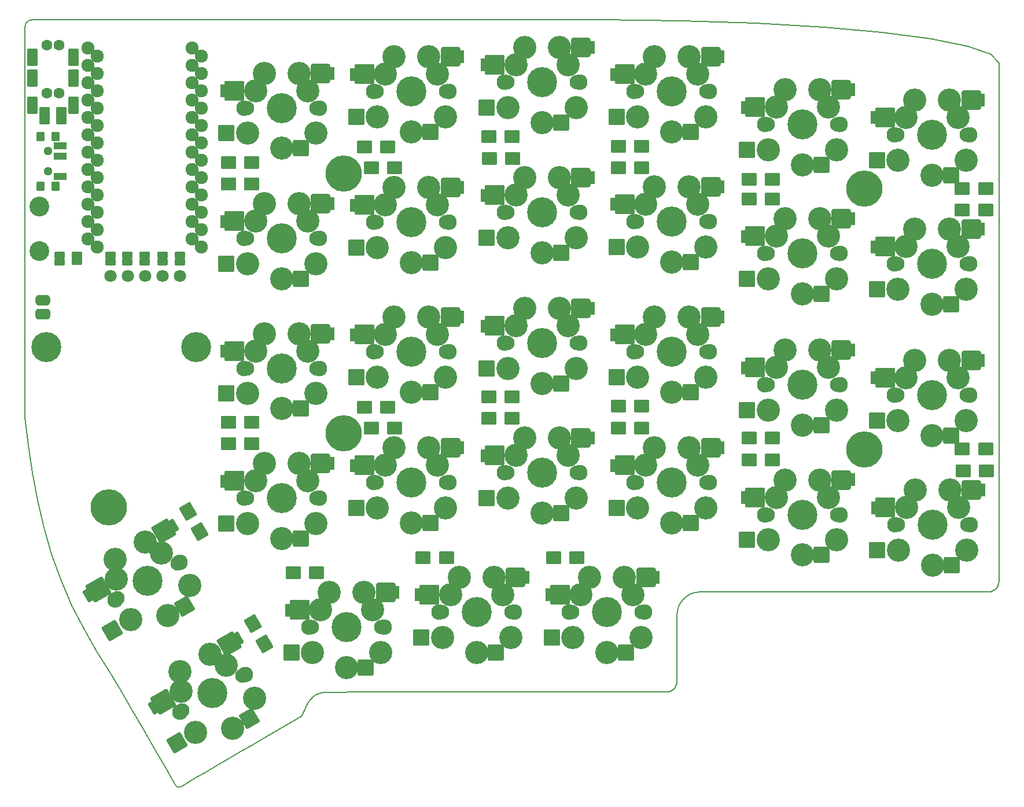
<source format=gbs>
G04 #@! TF.GenerationSoftware,KiCad,Pcbnew,7.0.9*
G04 #@! TF.CreationDate,2023-12-22T01:46:26-05:00*
G04 #@! TF.ProjectId,Lily58_Pro,4c696c79-3538-45f5-9072-6f2e6b696361,rev?*
G04 #@! TF.SameCoordinates,Original*
G04 #@! TF.FileFunction,Soldermask,Bot*
G04 #@! TF.FilePolarity,Negative*
%FSLAX46Y46*%
G04 Gerber Fmt 4.6, Leading zero omitted, Abs format (unit mm)*
G04 Created by KiCad (PCBNEW 7.0.9) date 2023-12-22 01:46:26*
%MOMM*%
%LPD*%
G01*
G04 APERTURE LIST*
G04 Aperture macros list*
%AMRoundRect*
0 Rectangle with rounded corners*
0 $1 Rounding radius*
0 $2 $3 $4 $5 $6 $7 $8 $9 X,Y pos of 4 corners*
0 Add a 4 corners polygon primitive as box body*
4,1,4,$2,$3,$4,$5,$6,$7,$8,$9,$2,$3,0*
0 Add four circle primitives for the rounded corners*
1,1,$1+$1,$2,$3*
1,1,$1+$1,$4,$5*
1,1,$1+$1,$6,$7*
1,1,$1+$1,$8,$9*
0 Add four rect primitives between the rounded corners*
20,1,$1+$1,$2,$3,$4,$5,0*
20,1,$1+$1,$4,$5,$6,$7,0*
20,1,$1+$1,$6,$7,$8,$9,0*
20,1,$1+$1,$8,$9,$2,$3,0*%
G04 Aperture macros list end*
%ADD10C,1.600000*%
%ADD11RoundRect,0.200000X-0.600000X-1.050000X0.600000X-1.050000X0.600000X1.050000X-0.600000X1.050000X0*%
%ADD12C,5.300000*%
%ADD13C,1.924000*%
%ADD14C,2.900000*%
%ADD15RoundRect,0.200000X-0.900000X-0.750000X0.900000X-0.750000X0.900000X0.750000X-0.900000X0.750000X0*%
%ADD16RoundRect,0.200000X-1.099519X0.404423X-0.199519X-1.154423X1.099519X-0.404423X0.199519X1.154423X0*%
%ADD17C,2.300000*%
%ADD18C,2.100000*%
%ADD19C,3.400000*%
%ADD20C,0.500000*%
%ADD21C,4.400000*%
%ADD22RoundRect,0.200000X-0.350000X-0.750000X0.350000X-0.750000X0.350000X0.750000X-0.350000X0.750000X0*%
%ADD23RoundRect,0.200000X1.000000X1.000000X-1.000000X1.000000X-1.000000X-1.000000X1.000000X-1.000000X0*%
%ADD24RoundRect,0.200000X1.250000X1.250000X-1.250000X1.250000X-1.250000X-1.250000X1.250000X-1.250000X0*%
%ADD25RoundRect,0.200000X0.950000X1.000000X-0.950000X1.000000X-0.950000X-1.000000X0.950000X-1.000000X0*%
%ADD26RoundRect,0.200000X1.200000X1.200000X-1.200000X1.200000X-1.200000X-1.200000X1.200000X-1.200000X0*%
%ADD27RoundRect,0.200000X0.071891X-0.824519X0.678109X-0.474519X-0.071891X0.824519X-0.678109X0.474519X0*%
%ADD28RoundRect,0.200000X0.366025X1.366025X-1.366025X0.366025X-0.366025X-1.366025X1.366025X-0.366025X0*%
%ADD29RoundRect,0.200000X0.457532X1.707532X-1.707532X0.457532X-0.457532X-1.707532X1.707532X-0.457532X0*%
%ADD30RoundRect,0.200000X0.322724X1.341025X-1.322724X0.391025X-0.322724X-1.341025X1.322724X-0.391025X0*%
%ADD31RoundRect,0.200000X0.439230X1.639230X-1.639230X0.439230X-0.439230X-1.639230X1.639230X-0.439230X0*%
%ADD32C,1.797000*%
%ADD33C,1.299160*%
%ADD34RoundRect,0.450000X0.625000X-0.350000X0.625000X0.350000X-0.625000X0.350000X-0.625000X-0.350000X0*%
%ADD35RoundRect,0.500000X0.575000X-0.300000X0.575000X0.300000X-0.575000X0.300000X-0.575000X-0.300000X0*%
%ADD36RoundRect,0.200000X0.571500X-0.317500X0.571500X0.317500X-0.571500X0.317500X-0.571500X-0.317500X0*%
%ADD37RoundRect,0.200000X0.398780X-0.499110X0.398780X0.499110X-0.398780X0.499110X-0.398780X-0.499110X0*%
%ADD38RoundRect,0.200000X0.398780X-0.497840X0.398780X0.497840X-0.398780X0.497840X-0.398780X-0.497840X0*%
%ADD39RoundRect,0.200000X0.749300X-0.349250X0.749300X0.349250X-0.749300X0.349250X-0.749300X-0.349250X0*%
G04 #@! TA.AperFunction,Profile*
%ADD40C,0.200000*%
G04 #@! TD*
G04 #@! TA.AperFunction,Profile*
%ADD41C,0.150000*%
G04 #@! TD*
G04 APERTURE END LIST*
D10*
X86150000Y-40800000D03*
X86150000Y-47800000D03*
X87900000Y-40800000D03*
X87900000Y-47800000D03*
D11*
X84050000Y-49600000D03*
X90000000Y-49600000D03*
X84050000Y-45600000D03*
X90000000Y-45600000D03*
X84050000Y-42600000D03*
X90000000Y-42600000D03*
X85800000Y-51100000D03*
X88250000Y-51100000D03*
D12*
X129600000Y-59600000D03*
X205800000Y-61800000D03*
X129600000Y-97600000D03*
X205800000Y-100000000D03*
X95181295Y-108473730D03*
D13*
X92180000Y-41230000D03*
X108718815Y-42425745D03*
X92180000Y-43770000D03*
X108718815Y-44965745D03*
X92180000Y-46310000D03*
X108718815Y-47505745D03*
X92180000Y-48850000D03*
X108718815Y-50045745D03*
X92180000Y-51390000D03*
X108718815Y-52585745D03*
X92180000Y-53930000D03*
X108718815Y-55125745D03*
X92180000Y-56470000D03*
X108718815Y-57665745D03*
X92180000Y-59010000D03*
X108718815Y-60205745D03*
X92180000Y-61550000D03*
X108718815Y-62745745D03*
X92180000Y-64090000D03*
X108718815Y-65285745D03*
X92180000Y-66630000D03*
X108718815Y-67825745D03*
X92180000Y-69170000D03*
X108718815Y-70365745D03*
X93478815Y-70365745D03*
X107420000Y-69170000D03*
X93478815Y-67825745D03*
X107420000Y-66630000D03*
X93478815Y-65285745D03*
X107420000Y-64090000D03*
X93478815Y-62745745D03*
X107420000Y-61550000D03*
X93478815Y-60205745D03*
X107420000Y-59010000D03*
X93478815Y-57665745D03*
X107420000Y-56470000D03*
X93478815Y-55125745D03*
X107420000Y-53930000D03*
X93478815Y-52585745D03*
X107420000Y-51390000D03*
X93478815Y-50045745D03*
X107420000Y-48850000D03*
X93478815Y-47505745D03*
X107420000Y-46310000D03*
X93478815Y-44965745D03*
X107420000Y-43770000D03*
X93478815Y-42425745D03*
X107420000Y-41230000D03*
D14*
X85000000Y-70950000D03*
X85000000Y-64450000D03*
D15*
X112700000Y-58000000D03*
X116100000Y-58000000D03*
X132600000Y-55700000D03*
X136000000Y-55700000D03*
X150800000Y-54200000D03*
X154200000Y-54200000D03*
X169800000Y-55600000D03*
X173200000Y-55600000D03*
X188900000Y-60400000D03*
X192300000Y-60400000D03*
X220100000Y-61800000D03*
X223500000Y-61800000D03*
X112700000Y-61100000D03*
X116100000Y-61100000D03*
X133600000Y-58700000D03*
X137000000Y-58700000D03*
X150900000Y-57400000D03*
X154300000Y-57400000D03*
X169800000Y-58700000D03*
X173200000Y-58700000D03*
X188900000Y-63300000D03*
X192300000Y-63300000D03*
X220100000Y-64900000D03*
X223500000Y-64900000D03*
X112700000Y-96000000D03*
X116100000Y-96000000D03*
X132600000Y-93800000D03*
X136000000Y-93800000D03*
X150800000Y-92300000D03*
X154200000Y-92300000D03*
X169800000Y-93600000D03*
X173200000Y-93600000D03*
X188900000Y-98300000D03*
X192300000Y-98300000D03*
X220100000Y-99900000D03*
X223500000Y-99900000D03*
X112700000Y-99100000D03*
X116100000Y-99100000D03*
X133600000Y-96800000D03*
X137000000Y-96800000D03*
X150800000Y-95400000D03*
X154200000Y-95400000D03*
X169800000Y-96800000D03*
X173200000Y-96800000D03*
X188900000Y-101500000D03*
X192300000Y-101500000D03*
X220200000Y-103100000D03*
X223600000Y-103100000D03*
D16*
X106805295Y-109033487D03*
X108505295Y-111977973D03*
X116291295Y-125491730D03*
X117991295Y-128436216D03*
D15*
X122200000Y-118000000D03*
X125600000Y-118000000D03*
X141200000Y-115800000D03*
X144600000Y-115800000D03*
X160300000Y-115800000D03*
X163700000Y-115800000D03*
D17*
X115000000Y-50000000D03*
D18*
X115420000Y-50000000D03*
D19*
X115500000Y-53700000D03*
D20*
X116675000Y-47420000D03*
D19*
X116690000Y-47459999D03*
X117960000Y-44920000D03*
D21*
X120500000Y-50000000D03*
D19*
X120500000Y-55900000D03*
X123040000Y-44920000D03*
X124310000Y-47460000D03*
X124310000Y-47460000D03*
D20*
X124325000Y-47420000D03*
D19*
X125500000Y-53700000D03*
D18*
X125580000Y-50000000D03*
D17*
X126000000Y-50000000D03*
D22*
X112000000Y-47500000D03*
D23*
X112400000Y-53700000D03*
D24*
X113600000Y-47460000D03*
D25*
X123300000Y-55900000D03*
D26*
X126200000Y-44920000D03*
D22*
X127700000Y-44900000D03*
D17*
X134000000Y-47600000D03*
D18*
X134420000Y-47600000D03*
D19*
X134500000Y-51300000D03*
D20*
X135675000Y-45020000D03*
D19*
X135690000Y-45059999D03*
X136960000Y-42520000D03*
D21*
X139500000Y-47600000D03*
D19*
X139500000Y-53500000D03*
X142040000Y-42520000D03*
X143310000Y-45060000D03*
X143310000Y-45060000D03*
D20*
X143325000Y-45020000D03*
D19*
X144500000Y-51300000D03*
D18*
X144580000Y-47600000D03*
D17*
X145000000Y-47600000D03*
D22*
X131000000Y-45100000D03*
D23*
X131400000Y-51300000D03*
D24*
X132600000Y-45060000D03*
D25*
X142300000Y-53500000D03*
D26*
X145200000Y-42520000D03*
D22*
X146700000Y-42500000D03*
D17*
X153100000Y-46210000D03*
D18*
X153520000Y-46210000D03*
D19*
X153600000Y-49910000D03*
D20*
X154775000Y-43630000D03*
D19*
X154790000Y-43669999D03*
X156060000Y-41130000D03*
D21*
X158600000Y-46210000D03*
D19*
X158600000Y-52110000D03*
X161140000Y-41130000D03*
X162410000Y-43670000D03*
X162410000Y-43670000D03*
D20*
X162425000Y-43630000D03*
D19*
X163600000Y-49910000D03*
D18*
X163680000Y-46210000D03*
D17*
X164100000Y-46210000D03*
D22*
X150100000Y-43710000D03*
D23*
X150500000Y-49910000D03*
D24*
X151700000Y-43670000D03*
D25*
X161400000Y-52110000D03*
D26*
X164300000Y-41130000D03*
D22*
X165800000Y-41110000D03*
D17*
X172100000Y-47600000D03*
D18*
X172520000Y-47600000D03*
D19*
X172600000Y-51300000D03*
D20*
X173775000Y-45020000D03*
D19*
X173790000Y-45059999D03*
X175060000Y-42520000D03*
D21*
X177600000Y-47600000D03*
D19*
X177600000Y-53500000D03*
X180140000Y-42520000D03*
X181410000Y-45060000D03*
X181410000Y-45060000D03*
D20*
X181425000Y-45020000D03*
D19*
X182600000Y-51300000D03*
D18*
X182680000Y-47600000D03*
D17*
X183100000Y-47600000D03*
D22*
X169100000Y-45100000D03*
D23*
X169500000Y-51300000D03*
D24*
X170700000Y-45060000D03*
D25*
X180400000Y-53500000D03*
D26*
X183300000Y-42520000D03*
D22*
X184800000Y-42500000D03*
D17*
X191200000Y-52400000D03*
D18*
X191620000Y-52400000D03*
D19*
X191700000Y-56100000D03*
D20*
X192875000Y-49820000D03*
D19*
X192890000Y-49859999D03*
X194160000Y-47320000D03*
D21*
X196700000Y-52400000D03*
D19*
X196700000Y-58300000D03*
X199240000Y-47320000D03*
X200510000Y-49860000D03*
X200510000Y-49860000D03*
D20*
X200525000Y-49820000D03*
D19*
X201700000Y-56100000D03*
D18*
X201780000Y-52400000D03*
D17*
X202200000Y-52400000D03*
D22*
X188200000Y-49900000D03*
D23*
X188600000Y-56100000D03*
D24*
X189800000Y-49860000D03*
D25*
X199500000Y-58300000D03*
D26*
X202400000Y-47320000D03*
D22*
X203900000Y-47300000D03*
D17*
X210200000Y-53900000D03*
D18*
X210620000Y-53900000D03*
D19*
X210700000Y-57600000D03*
D20*
X211875000Y-51320000D03*
D19*
X211890000Y-51359999D03*
X213160000Y-48820000D03*
D21*
X215700000Y-53900000D03*
D19*
X215700000Y-59800000D03*
X218240000Y-48820000D03*
X219510000Y-51360000D03*
X219510000Y-51360000D03*
D20*
X219525000Y-51320000D03*
D19*
X220700000Y-57600000D03*
D18*
X220780000Y-53900000D03*
D17*
X221200000Y-53900000D03*
D22*
X207200000Y-51400000D03*
D23*
X207600000Y-57600000D03*
D24*
X208800000Y-51360000D03*
D25*
X218500000Y-59800000D03*
D26*
X221400000Y-48820000D03*
D22*
X222900000Y-48800000D03*
D17*
X115000000Y-69100000D03*
D18*
X115420000Y-69100000D03*
D19*
X115500000Y-72800000D03*
D20*
X116675000Y-66520000D03*
D19*
X116690000Y-66559999D03*
X117960000Y-64020000D03*
D21*
X120500000Y-69100000D03*
D19*
X120500000Y-75000000D03*
X123040000Y-64020000D03*
X124310000Y-66560000D03*
X124310000Y-66560000D03*
D20*
X124325000Y-66520000D03*
D19*
X125500000Y-72800000D03*
D18*
X125580000Y-69100000D03*
D17*
X126000000Y-69100000D03*
D22*
X112000000Y-66600000D03*
D23*
X112400000Y-72800000D03*
D24*
X113600000Y-66560000D03*
D25*
X123300000Y-75000000D03*
D26*
X126200000Y-64020000D03*
D22*
X127700000Y-64000000D03*
D17*
X134000000Y-66700000D03*
D18*
X134420000Y-66700000D03*
D19*
X134500000Y-70400000D03*
D20*
X135675000Y-64120000D03*
D19*
X135690000Y-64159999D03*
X136960000Y-61620000D03*
D21*
X139500000Y-66700000D03*
D19*
X139500000Y-72600000D03*
X142040000Y-61620000D03*
X143310000Y-64160000D03*
X143310000Y-64160000D03*
D20*
X143325000Y-64120000D03*
D19*
X144500000Y-70400000D03*
D18*
X144580000Y-66700000D03*
D17*
X145000000Y-66700000D03*
D22*
X131000000Y-64200000D03*
D23*
X131400000Y-70400000D03*
D24*
X132600000Y-64160000D03*
D25*
X142300000Y-72600000D03*
D26*
X145200000Y-61620000D03*
D22*
X146700000Y-61600000D03*
D17*
X153100000Y-65300000D03*
D18*
X153520000Y-65300000D03*
D19*
X153600000Y-69000000D03*
D20*
X154775000Y-62720000D03*
D19*
X154790000Y-62759999D03*
X156060000Y-60220000D03*
D21*
X158600000Y-65300000D03*
D19*
X158600000Y-71200000D03*
X161140000Y-60220000D03*
X162410000Y-62760000D03*
X162410000Y-62760000D03*
D20*
X162425000Y-62720000D03*
D19*
X163600000Y-69000000D03*
D18*
X163680000Y-65300000D03*
D17*
X164100000Y-65300000D03*
D22*
X150100000Y-62800000D03*
D23*
X150500000Y-69000000D03*
D24*
X151700000Y-62760000D03*
D25*
X161400000Y-71200000D03*
D26*
X164300000Y-60220000D03*
D22*
X165800000Y-60200000D03*
D17*
X172100000Y-66600000D03*
D18*
X172520000Y-66600000D03*
D19*
X172600000Y-70300000D03*
D20*
X173775000Y-64020000D03*
D19*
X173790000Y-64059999D03*
X175060000Y-61520000D03*
D21*
X177600000Y-66600000D03*
D19*
X177600000Y-72500000D03*
X180140000Y-61520000D03*
X181410000Y-64060000D03*
X181410000Y-64060000D03*
D20*
X181425000Y-64020000D03*
D19*
X182600000Y-70300000D03*
D18*
X182680000Y-66600000D03*
D17*
X183100000Y-66600000D03*
D22*
X169100000Y-64100000D03*
D23*
X169500000Y-70300000D03*
D24*
X170700000Y-64060000D03*
D25*
X180400000Y-72500000D03*
D26*
X183300000Y-61520000D03*
D22*
X184800000Y-61500000D03*
D17*
X191200000Y-71300000D03*
D18*
X191620000Y-71300000D03*
D19*
X191700000Y-75000000D03*
D20*
X192875000Y-68720000D03*
D19*
X192890000Y-68759999D03*
X194160000Y-66220000D03*
D21*
X196700000Y-71300000D03*
D19*
X196700000Y-77200000D03*
X199240000Y-66220000D03*
X200510000Y-68760000D03*
X200510000Y-68760000D03*
D20*
X200525000Y-68720000D03*
D19*
X201700000Y-75000000D03*
D18*
X201780000Y-71300000D03*
D17*
X202200000Y-71300000D03*
D22*
X188200000Y-68800000D03*
D23*
X188600000Y-75000000D03*
D24*
X189800000Y-68760000D03*
D25*
X199500000Y-77200000D03*
D26*
X202400000Y-66220000D03*
D22*
X203900000Y-66200000D03*
D17*
X210200000Y-72800000D03*
D18*
X210620000Y-72800000D03*
D19*
X210700000Y-76500000D03*
D20*
X211875000Y-70220000D03*
D19*
X211890000Y-70259999D03*
X213160000Y-67720000D03*
D21*
X215700000Y-72800000D03*
D19*
X215700000Y-78700000D03*
X218240000Y-67720000D03*
X219510000Y-70260000D03*
X219510000Y-70260000D03*
D20*
X219525000Y-70220000D03*
D19*
X220700000Y-76500000D03*
D18*
X220780000Y-72800000D03*
D17*
X221200000Y-72800000D03*
D22*
X207200000Y-70300000D03*
D23*
X207600000Y-76500000D03*
D24*
X208800000Y-70260000D03*
D25*
X218500000Y-78700000D03*
D26*
X221400000Y-67720000D03*
D22*
X222900000Y-67700000D03*
D17*
X115000000Y-88100000D03*
D18*
X115420000Y-88100000D03*
D19*
X115500000Y-91800000D03*
D20*
X116675000Y-85520000D03*
D19*
X116690000Y-85559999D03*
X117960000Y-83020000D03*
D21*
X120500000Y-88100000D03*
D19*
X120500000Y-94000000D03*
X123040000Y-83020000D03*
X124310000Y-85560000D03*
X124310000Y-85560000D03*
D20*
X124325000Y-85520000D03*
D19*
X125500000Y-91800000D03*
D18*
X125580000Y-88100000D03*
D17*
X126000000Y-88100000D03*
D22*
X112000000Y-85600000D03*
D23*
X112400000Y-91800000D03*
D24*
X113600000Y-85560000D03*
D25*
X123300000Y-94000000D03*
D26*
X126200000Y-83020000D03*
D22*
X127700000Y-83000000D03*
D17*
X134000000Y-85700000D03*
D18*
X134420000Y-85700000D03*
D19*
X134500000Y-89400000D03*
D20*
X135675000Y-83120000D03*
D19*
X135690000Y-83159999D03*
X136960000Y-80620000D03*
D21*
X139500000Y-85700000D03*
D19*
X139500000Y-91600000D03*
X142040000Y-80620000D03*
X143310000Y-83160000D03*
X143310000Y-83160000D03*
D20*
X143325000Y-83120000D03*
D19*
X144500000Y-89400000D03*
D18*
X144580000Y-85700000D03*
D17*
X145000000Y-85700000D03*
D22*
X131000000Y-83200000D03*
D23*
X131400000Y-89400000D03*
D24*
X132600000Y-83160000D03*
D25*
X142300000Y-91600000D03*
D26*
X145200000Y-80620000D03*
D22*
X146700000Y-80600000D03*
D17*
X153100000Y-84400000D03*
D18*
X153520000Y-84400000D03*
D19*
X153600000Y-88100000D03*
D20*
X154775000Y-81820000D03*
D19*
X154790000Y-81859999D03*
X156060000Y-79320000D03*
D21*
X158600000Y-84400000D03*
D19*
X158600000Y-90300000D03*
X161140000Y-79320000D03*
X162410000Y-81860000D03*
X162410000Y-81860000D03*
D20*
X162425000Y-81820000D03*
D19*
X163600000Y-88100000D03*
D18*
X163680000Y-84400000D03*
D17*
X164100000Y-84400000D03*
D22*
X150100000Y-81900000D03*
D23*
X150500000Y-88100000D03*
D24*
X151700000Y-81860000D03*
D25*
X161400000Y-90300000D03*
D26*
X164300000Y-79320000D03*
D22*
X165800000Y-79300000D03*
D17*
X172100000Y-85700000D03*
D18*
X172520000Y-85700000D03*
D19*
X172600000Y-89400000D03*
D20*
X173775000Y-83120000D03*
D19*
X173790000Y-83159999D03*
X175060000Y-80620000D03*
D21*
X177600000Y-85700000D03*
D19*
X177600000Y-91600000D03*
X180140000Y-80620000D03*
X181410000Y-83160000D03*
X181410000Y-83160000D03*
D20*
X181425000Y-83120000D03*
D19*
X182600000Y-89400000D03*
D18*
X182680000Y-85700000D03*
D17*
X183100000Y-85700000D03*
D22*
X169100000Y-83200000D03*
D23*
X169500000Y-89400000D03*
D24*
X170700000Y-83160000D03*
D25*
X180400000Y-91600000D03*
D26*
X183300000Y-80620000D03*
D22*
X184800000Y-80600000D03*
D17*
X191200000Y-90500000D03*
D18*
X191620000Y-90500000D03*
D19*
X191700000Y-94200000D03*
D20*
X192875000Y-87920000D03*
D19*
X192890000Y-87959999D03*
X194160000Y-85420000D03*
D21*
X196700000Y-90500000D03*
D19*
X196700000Y-96400000D03*
X199240000Y-85420000D03*
X200510000Y-87960000D03*
X200510000Y-87960000D03*
D20*
X200525000Y-87920000D03*
D19*
X201700000Y-94200000D03*
D18*
X201780000Y-90500000D03*
D17*
X202200000Y-90500000D03*
D22*
X188200000Y-88000000D03*
D23*
X188600000Y-94200000D03*
D24*
X189800000Y-87960000D03*
D25*
X199500000Y-96400000D03*
D26*
X202400000Y-85420000D03*
D22*
X203900000Y-85400000D03*
D17*
X210200000Y-92000000D03*
D18*
X210620000Y-92000000D03*
D19*
X210700000Y-95700000D03*
D20*
X211875000Y-89420000D03*
D19*
X211890000Y-89459999D03*
X213160000Y-86920000D03*
D21*
X215700000Y-92000000D03*
D19*
X215700000Y-97900000D03*
X218240000Y-86920000D03*
X219510000Y-89460000D03*
X219510000Y-89460000D03*
D20*
X219525000Y-89420000D03*
D19*
X220700000Y-95700000D03*
D18*
X220780000Y-92000000D03*
D17*
X221200000Y-92000000D03*
D22*
X207200000Y-89500000D03*
D23*
X207600000Y-95700000D03*
D24*
X208800000Y-89460000D03*
D25*
X218500000Y-97900000D03*
D26*
X221400000Y-86920000D03*
D22*
X222900000Y-86900000D03*
D17*
X115000000Y-107100000D03*
D18*
X115420000Y-107100000D03*
D19*
X115500000Y-110800000D03*
D20*
X116675000Y-104520000D03*
D19*
X116690000Y-104559999D03*
X117960000Y-102020000D03*
D21*
X120500000Y-107100000D03*
D19*
X120500000Y-113000000D03*
X123040000Y-102020000D03*
X124310000Y-104560000D03*
X124310000Y-104560000D03*
D20*
X124325000Y-104520000D03*
D19*
X125500000Y-110800000D03*
D18*
X125580000Y-107100000D03*
D17*
X126000000Y-107100000D03*
D22*
X112000000Y-104600000D03*
D23*
X112400000Y-110800000D03*
D24*
X113600000Y-104560000D03*
D25*
X123300000Y-113000000D03*
D26*
X126200000Y-102020000D03*
D22*
X127700000Y-102000000D03*
D17*
X134000000Y-104800000D03*
D18*
X134420000Y-104800000D03*
D19*
X134500000Y-108500000D03*
D20*
X135675000Y-102220000D03*
D19*
X135690000Y-102259999D03*
X136960000Y-99720000D03*
D21*
X139500000Y-104800000D03*
D19*
X139500000Y-110700000D03*
X142040000Y-99720000D03*
X143310000Y-102260000D03*
X143310000Y-102260000D03*
D20*
X143325000Y-102220000D03*
D19*
X144500000Y-108500000D03*
D18*
X144580000Y-104800000D03*
D17*
X145000000Y-104800000D03*
D22*
X131000000Y-102300000D03*
D23*
X131400000Y-108500000D03*
D24*
X132600000Y-102260000D03*
D25*
X142300000Y-110700000D03*
D26*
X145200000Y-99720000D03*
D22*
X146700000Y-99700000D03*
D17*
X153100000Y-103400000D03*
D18*
X153520000Y-103400000D03*
D19*
X153600000Y-107100000D03*
D20*
X154775000Y-100820000D03*
D19*
X154790000Y-100859999D03*
X156060000Y-98320000D03*
D21*
X158600000Y-103400000D03*
D19*
X158600000Y-109300000D03*
X161140000Y-98320000D03*
X162410000Y-100860000D03*
X162410000Y-100860000D03*
D20*
X162425000Y-100820000D03*
D19*
X163600000Y-107100000D03*
D18*
X163680000Y-103400000D03*
D17*
X164100000Y-103400000D03*
D22*
X150100000Y-100900000D03*
D23*
X150500000Y-107100000D03*
D24*
X151700000Y-100860000D03*
D25*
X161400000Y-109300000D03*
D26*
X164300000Y-98320000D03*
D22*
X165800000Y-98300000D03*
D17*
X172100000Y-104800000D03*
D18*
X172520000Y-104800000D03*
D19*
X172600000Y-108500000D03*
D20*
X173775000Y-102220000D03*
D19*
X173790000Y-102259999D03*
X175060000Y-99720000D03*
D21*
X177600000Y-104800000D03*
D19*
X177600000Y-110700000D03*
X180140000Y-99720000D03*
X181410000Y-102260000D03*
X181410000Y-102260000D03*
D20*
X181425000Y-102220000D03*
D19*
X182600000Y-108500000D03*
D18*
X182680000Y-104800000D03*
D17*
X183100000Y-104800000D03*
D22*
X169100000Y-102300000D03*
D23*
X169500000Y-108500000D03*
D24*
X170700000Y-102260000D03*
D25*
X180400000Y-110700000D03*
D26*
X183300000Y-99720000D03*
D22*
X184800000Y-99700000D03*
D17*
X191200000Y-109500000D03*
D18*
X191620000Y-109500000D03*
D19*
X191700000Y-113200000D03*
D20*
X192875000Y-106920000D03*
D19*
X192890000Y-106959999D03*
X194160000Y-104420000D03*
D21*
X196700000Y-109500000D03*
D19*
X196700000Y-115400000D03*
X199240000Y-104420000D03*
X200510000Y-106960000D03*
X200510000Y-106960000D03*
D20*
X200525000Y-106920000D03*
D19*
X201700000Y-113200000D03*
D18*
X201780000Y-109500000D03*
D17*
X202200000Y-109500000D03*
D22*
X188200000Y-107000000D03*
D23*
X188600000Y-113200000D03*
D24*
X189800000Y-106960000D03*
D25*
X199500000Y-115400000D03*
D26*
X202400000Y-104420000D03*
D22*
X203900000Y-104400000D03*
D17*
X210250000Y-111000000D03*
D18*
X210670000Y-111000000D03*
D19*
X210750000Y-114700000D03*
D20*
X211925000Y-108420000D03*
D19*
X211940000Y-108459999D03*
X213210000Y-105920000D03*
D21*
X215750000Y-111000000D03*
D19*
X215750000Y-116900000D03*
X218290000Y-105920000D03*
X219560000Y-108460000D03*
X219560000Y-108460000D03*
D20*
X219575000Y-108420000D03*
D19*
X220750000Y-114700000D03*
D18*
X220830000Y-111000000D03*
D17*
X221250000Y-111000000D03*
D22*
X207250000Y-108500000D03*
D23*
X207650000Y-114700000D03*
D24*
X208850000Y-108460000D03*
D25*
X218550000Y-116900000D03*
D26*
X221450000Y-105920000D03*
D22*
X222950000Y-105900000D03*
D17*
X96107777Y-121946557D03*
D18*
X96471508Y-121736557D03*
D19*
X98390790Y-124900851D03*
D20*
X96268370Y-118874711D03*
D19*
X96301360Y-118901852D03*
X96131212Y-116067148D03*
D21*
X100870917Y-119196557D03*
D19*
X103820917Y-124306107D03*
X100530622Y-113527148D03*
X102900474Y-115091852D03*
X102900474Y-115091852D03*
D20*
X102893464Y-115049711D03*
D19*
X107051044Y-119900851D03*
D18*
X105270326Y-116656557D03*
D17*
X105634057Y-116446557D03*
D27*
X92259701Y-121281493D03*
D28*
X95706111Y-126450851D03*
D29*
X93625342Y-120446852D03*
D30*
X106245788Y-122906107D03*
D31*
X103267262Y-111947148D03*
D27*
X104556300Y-111179827D03*
D17*
X105607777Y-138401039D03*
D18*
X105971508Y-138191039D03*
D19*
X107890790Y-141355333D03*
D20*
X105768370Y-135329193D03*
D19*
X105801360Y-135356334D03*
X105631212Y-132521630D03*
D21*
X110370917Y-135651039D03*
D19*
X113320917Y-140760589D03*
X110030622Y-129981630D03*
X112400474Y-131546334D03*
X112400474Y-131546334D03*
D20*
X112393464Y-131504193D03*
D19*
X116551044Y-136355333D03*
D18*
X114770326Y-133111039D03*
D17*
X115134057Y-132901039D03*
D27*
X101759701Y-137735975D03*
D28*
X105206111Y-142905333D03*
D29*
X103125342Y-136901334D03*
D30*
X115745788Y-139360589D03*
D31*
X112767262Y-128401630D03*
D27*
X114056300Y-127634309D03*
D17*
X124500000Y-126000000D03*
D18*
X124920000Y-126000000D03*
D19*
X125000000Y-129700000D03*
D20*
X126175000Y-123420000D03*
D19*
X126190000Y-123459999D03*
X127460000Y-120920000D03*
D21*
X130000000Y-126000000D03*
D19*
X130000000Y-131900000D03*
X132540000Y-120920000D03*
X133810000Y-123460000D03*
X133810000Y-123460000D03*
D20*
X133825000Y-123420000D03*
D19*
X135000000Y-129700000D03*
D18*
X135080000Y-126000000D03*
D17*
X135500000Y-126000000D03*
D22*
X121500000Y-123500000D03*
D23*
X121900000Y-129700000D03*
D24*
X123100000Y-123460000D03*
D25*
X132800000Y-131900000D03*
D26*
X135700000Y-120920000D03*
D22*
X137200000Y-120900000D03*
D17*
X143500000Y-123750000D03*
D18*
X143920000Y-123750000D03*
D19*
X144000000Y-127450000D03*
D20*
X145175000Y-121170000D03*
D19*
X145190000Y-121209999D03*
X146460000Y-118670000D03*
D21*
X149000000Y-123750000D03*
D19*
X149000000Y-129650000D03*
X151540000Y-118670000D03*
X152810000Y-121210000D03*
X152810000Y-121210000D03*
D20*
X152825000Y-121170000D03*
D19*
X154000000Y-127450000D03*
D18*
X154080000Y-123750000D03*
D17*
X154500000Y-123750000D03*
D22*
X140500000Y-121250000D03*
D23*
X140900000Y-127450000D03*
D24*
X142100000Y-121210000D03*
D25*
X151800000Y-129650000D03*
D26*
X154700000Y-118670000D03*
D22*
X156200000Y-118650000D03*
D17*
X162600000Y-123750000D03*
D18*
X163020000Y-123750000D03*
D19*
X163100000Y-127450000D03*
D20*
X164275000Y-121170000D03*
D19*
X164290000Y-121209999D03*
X165560000Y-118670000D03*
D21*
X168100000Y-123750000D03*
D19*
X168100000Y-129650000D03*
X170640000Y-118670000D03*
X171910000Y-121210000D03*
X171910000Y-121210000D03*
D20*
X171925000Y-121170000D03*
D19*
X173100000Y-127450000D03*
D18*
X173180000Y-123750000D03*
D17*
X173600000Y-123750000D03*
D22*
X159600000Y-121250000D03*
D23*
X160000000Y-127450000D03*
D24*
X161200000Y-121210000D03*
D25*
X170900000Y-129650000D03*
D26*
X173800000Y-118670000D03*
D22*
X175300000Y-118650000D03*
D21*
X86000000Y-85000000D03*
X108000000Y-85000000D03*
D32*
X95430000Y-74600000D03*
X97970000Y-74600000D03*
X100510000Y-74600000D03*
X103050000Y-74600000D03*
X105590000Y-74600000D03*
D33*
X86334600Y-56286400D03*
X86334600Y-59283600D03*
D34*
X85561000Y-80121000D03*
D35*
X85561000Y-78121000D03*
D36*
X100430000Y-72496829D03*
X100430000Y-71496069D03*
X97930000Y-72496829D03*
X97930000Y-71496069D03*
X95430000Y-72496829D03*
X95430000Y-71496069D03*
X103030000Y-72496829D03*
X103030000Y-71496069D03*
X105630000Y-72496829D03*
X105630000Y-71496069D03*
D37*
X85234780Y-61434980D03*
D38*
X87431880Y-61434980D03*
D33*
X86334600Y-59283600D03*
X86334600Y-56286400D03*
D38*
X85234780Y-54135020D03*
X87434420Y-54135020D03*
D39*
X88084660Y-60032900D03*
X88084660Y-57035700D03*
X88084660Y-55537100D03*
D36*
X88000000Y-72500380D03*
X88000000Y-71499620D03*
X90500000Y-72488140D03*
X90500000Y-71487380D03*
D40*
X179861773Y-121387065D02*
X180456326Y-121064561D01*
X125619545Y-37086762D02*
X115211711Y-37086762D01*
X100262836Y-140931049D02*
X101964989Y-143887377D01*
X225460000Y-109808112D02*
X225460000Y-119289735D01*
X124800603Y-136422266D02*
X125318492Y-135995060D01*
X178319348Y-133972851D02*
X178288901Y-134275347D01*
X224798960Y-120533736D02*
X224544152Y-120671952D01*
X208157255Y-120789735D02*
X213424836Y-120789735D01*
X101964989Y-143887377D02*
X103615641Y-146775920D01*
X112835230Y-145166147D02*
X114510925Y-144196008D01*
X156843047Y-37086762D02*
X146435213Y-37086762D01*
X178319348Y-127943854D02*
X178319348Y-129161894D01*
X147341260Y-135467150D02*
X154710782Y-135467150D01*
X85684295Y-111431313D02*
X86827295Y-115310486D01*
X95209295Y-132349730D02*
X96860295Y-135143730D01*
X225020912Y-120350648D02*
X224798960Y-120533736D01*
X189919538Y-37585374D02*
X178989563Y-37215654D01*
X105173811Y-149290554D02*
X105301953Y-149354467D01*
X91780295Y-126634730D02*
X93431295Y-129501049D01*
X94396044Y-37086762D02*
X83988210Y-37086762D01*
X215525697Y-39885159D02*
X208420758Y-38945561D01*
X178319348Y-125507775D02*
X178319348Y-126725814D01*
X123521981Y-138738736D02*
X123338893Y-138960688D01*
X178319348Y-131597973D02*
X178319348Y-133972851D01*
X178989563Y-37215654D02*
X167250881Y-37086762D01*
X225204001Y-120128696D02*
X225020912Y-120350648D01*
X154710782Y-135467150D02*
X162080304Y-135467150D01*
X124050893Y-137534708D02*
X124373397Y-136940155D01*
X139971738Y-135467150D02*
X147341260Y-135467150D01*
X123338893Y-138960688D02*
X123116940Y-139143777D01*
X167250881Y-37086762D02*
X156843047Y-37086762D01*
X178319348Y-124289735D02*
X178319348Y-125507775D01*
X83776462Y-37108075D02*
X83988210Y-37086762D01*
X146435213Y-37086762D02*
X136027379Y-37086762D01*
X177658308Y-135216853D02*
X177403500Y-135355069D01*
X224278471Y-42156190D02*
X220889319Y-40963847D01*
X96860295Y-135143730D02*
X98587142Y-138064730D01*
X202889673Y-120789735D02*
X208157255Y-120789735D01*
X136027379Y-37086762D02*
X125619545Y-37086762D01*
X213424836Y-120789735D02*
X218692418Y-120789735D01*
X123660197Y-138483927D02*
X123521981Y-138738736D01*
X225460000Y-52918378D02*
X225460000Y-62400000D01*
X123784295Y-138202271D02*
X124050893Y-137534708D01*
X180456326Y-121064561D02*
X181113524Y-120860778D01*
X125913045Y-135672556D02*
X126578295Y-135524730D01*
X124373397Y-136940155D02*
X124800603Y-136422266D01*
X83398295Y-99366700D02*
X84033295Y-103393730D01*
X177121844Y-135442404D02*
X176819348Y-135472851D01*
X88224295Y-119192029D02*
X89875295Y-122979432D01*
X197622092Y-120789735D02*
X202889673Y-120789735D01*
X105056778Y-149190906D02*
X105173811Y-149290554D01*
X220889319Y-40963847D02*
X215525697Y-39885159D01*
X218692418Y-120789735D02*
X223959999Y-120789735D01*
X82937528Y-50750629D02*
X82937528Y-44443695D01*
X178319348Y-126725814D02*
X178319348Y-127943854D01*
X178319348Y-129161894D02*
X178319348Y-130379933D01*
X178916678Y-122332160D02*
X179343884Y-121814271D01*
X116186619Y-143225869D02*
X117862313Y-142255730D01*
X104951320Y-149056172D02*
X105056778Y-149190906D01*
X105916241Y-149239778D02*
X107808147Y-148076564D01*
X225460000Y-81363245D02*
X225460000Y-90844867D01*
X225460000Y-62400000D02*
X225460000Y-71881623D01*
X117862313Y-142255730D02*
X123116940Y-139143777D01*
X178288901Y-134275347D02*
X178201565Y-134557003D01*
X224544152Y-120671952D02*
X224262495Y-120759288D01*
X199807654Y-38170488D02*
X189919538Y-37585374D01*
X178390391Y-123583911D02*
X178594174Y-122926713D01*
X208420758Y-38945561D02*
X199807654Y-38170488D01*
X104857908Y-148887001D02*
X104951320Y-149056172D01*
X82937528Y-44443695D02*
X82937528Y-38136762D01*
X224262495Y-120759288D02*
X223959999Y-120789735D01*
X82937528Y-75978362D02*
X82937528Y-69671429D01*
X82937528Y-63364495D02*
X82937528Y-57057562D01*
X178063349Y-134811812D02*
X177880261Y-135033764D01*
X225460000Y-100326490D02*
X225460000Y-109808112D01*
X132602217Y-135467150D02*
X139971738Y-135467150D01*
X93431295Y-129501049D02*
X95209295Y-132349730D01*
X82938210Y-38136762D02*
X82959523Y-37925015D01*
X225460000Y-43436755D02*
X225460000Y-52918378D01*
X86827295Y-115310486D02*
X88224295Y-119192029D01*
X114510925Y-144196008D02*
X116186619Y-143225869D01*
X225460000Y-43436755D02*
X224278471Y-42156190D01*
X82937528Y-57057562D02*
X82937528Y-50750629D01*
X109483841Y-147106425D02*
X111159536Y-146136286D01*
X177880261Y-135033764D02*
X177658308Y-135216853D01*
X98587142Y-138064730D02*
X100262836Y-140931049D01*
X105748347Y-149325300D02*
X105916241Y-149239778D01*
X225460000Y-71881623D02*
X225460000Y-81363245D01*
X83579303Y-37169210D02*
X83776462Y-37108075D01*
X83400937Y-37265961D02*
X83579303Y-37169210D01*
X225342217Y-119873887D02*
X225204001Y-120128696D01*
X104803877Y-37086762D02*
X94396044Y-37086762D01*
X111159536Y-146136286D02*
X112835230Y-145166147D01*
X181819348Y-120789735D02*
X187086929Y-120789735D01*
X187086929Y-120789735D02*
X192354511Y-120789735D01*
X178201565Y-134557003D02*
X178063349Y-134811812D01*
X192354511Y-120789735D02*
X197622092Y-120789735D01*
X181113524Y-120860778D02*
X181819348Y-120789735D01*
X82937528Y-69671429D02*
X82937528Y-63364495D01*
X179343884Y-121814271D02*
X179861773Y-121387065D01*
X83117409Y-37549489D02*
X83245570Y-37394123D01*
X225459999Y-119289735D02*
X225429552Y-119592231D01*
X105301953Y-149354467D02*
X105440735Y-149381996D01*
X177403500Y-135355069D02*
X177121844Y-135442404D01*
X127276067Y-135495519D02*
X132602217Y-135467150D01*
X125318492Y-135995060D02*
X125913045Y-135672556D01*
X82959523Y-37925015D02*
X83020657Y-37727855D01*
X178319348Y-124289735D02*
X178390391Y-123583911D01*
X84795295Y-107426892D02*
X85684295Y-111431313D01*
X107808147Y-148076564D02*
X109483841Y-147106425D01*
X83245570Y-37394123D02*
X83400937Y-37265961D01*
X123784295Y-138202271D02*
X123660197Y-138483927D01*
X115211711Y-37086762D02*
X104803877Y-37086762D01*
X82937777Y-95341456D02*
X83398295Y-99366700D01*
D41*
X82937528Y-75978362D02*
X82937777Y-95341456D01*
D40*
X83020657Y-37727855D02*
X83117409Y-37549489D01*
X105589689Y-149372490D02*
X105748347Y-149325300D01*
X162080304Y-135467150D02*
X176819348Y-135472851D01*
X84033295Y-103393730D02*
X84795295Y-107426892D01*
X105440735Y-149381996D02*
X105589689Y-149372490D01*
X89875295Y-122979432D02*
X91780295Y-126634730D01*
X225429552Y-119592231D02*
X225342217Y-119873887D01*
X225460000Y-90844867D02*
X225460000Y-100326490D01*
X178594174Y-122926713D02*
X178916678Y-122332160D01*
X103615641Y-146775920D02*
X104857908Y-148887001D01*
X178319348Y-130379933D02*
X178319348Y-131597973D01*
X126578295Y-135524730D02*
X127276067Y-135495519D01*
M02*

</source>
